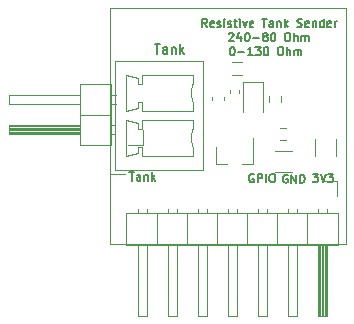
<source format=gbr>
%TF.GenerationSoftware,KiCad,Pcbnew,(5.1.8-0-10_14)*%
%TF.CreationDate,2020-11-27T11:56:29+01:00*%
%TF.ProjectId,Tank_Sender,54616e6b-5f53-4656-9e64-65722e6b6963,rev?*%
%TF.SameCoordinates,Original*%
%TF.FileFunction,Legend,Top*%
%TF.FilePolarity,Positive*%
%FSLAX46Y46*%
G04 Gerber Fmt 4.6, Leading zero omitted, Abs format (unit mm)*
G04 Created by KiCad (PCBNEW (5.1.8-0-10_14)) date 2020-11-27 11:56:29*
%MOMM*%
%LPD*%
G01*
G04 APERTURE LIST*
%ADD10C,0.150000*%
%TA.AperFunction,Profile*%
%ADD11C,0.050000*%
%TD*%
%ADD12C,0.120000*%
G04 APERTURE END LIST*
D10*
X148823809Y-76061904D02*
X149280952Y-76061904D01*
X149052380Y-76861904D02*
X149052380Y-76061904D01*
X149890476Y-76861904D02*
X149890476Y-76442857D01*
X149852380Y-76366666D01*
X149776190Y-76328571D01*
X149623809Y-76328571D01*
X149547619Y-76366666D01*
X149890476Y-76823809D02*
X149814285Y-76861904D01*
X149623809Y-76861904D01*
X149547619Y-76823809D01*
X149509523Y-76747619D01*
X149509523Y-76671428D01*
X149547619Y-76595238D01*
X149623809Y-76557142D01*
X149814285Y-76557142D01*
X149890476Y-76519047D01*
X150271428Y-76328571D02*
X150271428Y-76861904D01*
X150271428Y-76404761D02*
X150309523Y-76366666D01*
X150385714Y-76328571D01*
X150500000Y-76328571D01*
X150576190Y-76366666D01*
X150614285Y-76442857D01*
X150614285Y-76861904D01*
X150995238Y-76861904D02*
X150995238Y-76061904D01*
X151071428Y-76557142D02*
X151300000Y-76861904D01*
X151300000Y-76328571D02*
X150995238Y-76633333D01*
X153250000Y-74616666D02*
X153016666Y-74283333D01*
X152850000Y-74616666D02*
X152850000Y-73916666D01*
X153116666Y-73916666D01*
X153183333Y-73950000D01*
X153216666Y-73983333D01*
X153250000Y-74050000D01*
X153250000Y-74150000D01*
X153216666Y-74216666D01*
X153183333Y-74250000D01*
X153116666Y-74283333D01*
X152850000Y-74283333D01*
X153816666Y-74583333D02*
X153750000Y-74616666D01*
X153616666Y-74616666D01*
X153550000Y-74583333D01*
X153516666Y-74516666D01*
X153516666Y-74250000D01*
X153550000Y-74183333D01*
X153616666Y-74150000D01*
X153750000Y-74150000D01*
X153816666Y-74183333D01*
X153850000Y-74250000D01*
X153850000Y-74316666D01*
X153516666Y-74383333D01*
X154116666Y-74583333D02*
X154183333Y-74616666D01*
X154316666Y-74616666D01*
X154383333Y-74583333D01*
X154416666Y-74516666D01*
X154416666Y-74483333D01*
X154383333Y-74416666D01*
X154316666Y-74383333D01*
X154216666Y-74383333D01*
X154150000Y-74350000D01*
X154116666Y-74283333D01*
X154116666Y-74250000D01*
X154150000Y-74183333D01*
X154216666Y-74150000D01*
X154316666Y-74150000D01*
X154383333Y-74183333D01*
X154716666Y-74616666D02*
X154716666Y-74150000D01*
X154716666Y-73916666D02*
X154683333Y-73950000D01*
X154716666Y-73983333D01*
X154750000Y-73950000D01*
X154716666Y-73916666D01*
X154716666Y-73983333D01*
X155016666Y-74583333D02*
X155083333Y-74616666D01*
X155216666Y-74616666D01*
X155283333Y-74583333D01*
X155316666Y-74516666D01*
X155316666Y-74483333D01*
X155283333Y-74416666D01*
X155216666Y-74383333D01*
X155116666Y-74383333D01*
X155050000Y-74350000D01*
X155016666Y-74283333D01*
X155016666Y-74250000D01*
X155050000Y-74183333D01*
X155116666Y-74150000D01*
X155216666Y-74150000D01*
X155283333Y-74183333D01*
X155516666Y-74150000D02*
X155783333Y-74150000D01*
X155616666Y-73916666D02*
X155616666Y-74516666D01*
X155650000Y-74583333D01*
X155716666Y-74616666D01*
X155783333Y-74616666D01*
X156016666Y-74616666D02*
X156016666Y-74150000D01*
X156016666Y-73916666D02*
X155983333Y-73950000D01*
X156016666Y-73983333D01*
X156050000Y-73950000D01*
X156016666Y-73916666D01*
X156016666Y-73983333D01*
X156283333Y-74150000D02*
X156450000Y-74616666D01*
X156616666Y-74150000D01*
X157150000Y-74583333D02*
X157083333Y-74616666D01*
X156950000Y-74616666D01*
X156883333Y-74583333D01*
X156850000Y-74516666D01*
X156850000Y-74250000D01*
X156883333Y-74183333D01*
X156950000Y-74150000D01*
X157083333Y-74150000D01*
X157150000Y-74183333D01*
X157183333Y-74250000D01*
X157183333Y-74316666D01*
X156850000Y-74383333D01*
X157916666Y-73916666D02*
X158316666Y-73916666D01*
X158116666Y-74616666D02*
X158116666Y-73916666D01*
X158850000Y-74616666D02*
X158850000Y-74250000D01*
X158816666Y-74183333D01*
X158750000Y-74150000D01*
X158616666Y-74150000D01*
X158550000Y-74183333D01*
X158850000Y-74583333D02*
X158783333Y-74616666D01*
X158616666Y-74616666D01*
X158550000Y-74583333D01*
X158516666Y-74516666D01*
X158516666Y-74450000D01*
X158550000Y-74383333D01*
X158616666Y-74350000D01*
X158783333Y-74350000D01*
X158850000Y-74316666D01*
X159183333Y-74150000D02*
X159183333Y-74616666D01*
X159183333Y-74216666D02*
X159216666Y-74183333D01*
X159283333Y-74150000D01*
X159383333Y-74150000D01*
X159450000Y-74183333D01*
X159483333Y-74250000D01*
X159483333Y-74616666D01*
X159816666Y-74616666D02*
X159816666Y-73916666D01*
X159883333Y-74350000D02*
X160083333Y-74616666D01*
X160083333Y-74150000D02*
X159816666Y-74416666D01*
X160883333Y-74583333D02*
X160983333Y-74616666D01*
X161150000Y-74616666D01*
X161216666Y-74583333D01*
X161250000Y-74550000D01*
X161283333Y-74483333D01*
X161283333Y-74416666D01*
X161250000Y-74350000D01*
X161216666Y-74316666D01*
X161150000Y-74283333D01*
X161016666Y-74250000D01*
X160950000Y-74216666D01*
X160916666Y-74183333D01*
X160883333Y-74116666D01*
X160883333Y-74050000D01*
X160916666Y-73983333D01*
X160950000Y-73950000D01*
X161016666Y-73916666D01*
X161183333Y-73916666D01*
X161283333Y-73950000D01*
X161850000Y-74583333D02*
X161783333Y-74616666D01*
X161650000Y-74616666D01*
X161583333Y-74583333D01*
X161550000Y-74516666D01*
X161550000Y-74250000D01*
X161583333Y-74183333D01*
X161650000Y-74150000D01*
X161783333Y-74150000D01*
X161850000Y-74183333D01*
X161883333Y-74250000D01*
X161883333Y-74316666D01*
X161550000Y-74383333D01*
X162183333Y-74150000D02*
X162183333Y-74616666D01*
X162183333Y-74216666D02*
X162216666Y-74183333D01*
X162283333Y-74150000D01*
X162383333Y-74150000D01*
X162450000Y-74183333D01*
X162483333Y-74250000D01*
X162483333Y-74616666D01*
X163116666Y-74616666D02*
X163116666Y-73916666D01*
X163116666Y-74583333D02*
X163050000Y-74616666D01*
X162916666Y-74616666D01*
X162850000Y-74583333D01*
X162816666Y-74550000D01*
X162783333Y-74483333D01*
X162783333Y-74283333D01*
X162816666Y-74216666D01*
X162850000Y-74183333D01*
X162916666Y-74150000D01*
X163050000Y-74150000D01*
X163116666Y-74183333D01*
X163716666Y-74583333D02*
X163650000Y-74616666D01*
X163516666Y-74616666D01*
X163450000Y-74583333D01*
X163416666Y-74516666D01*
X163416666Y-74250000D01*
X163450000Y-74183333D01*
X163516666Y-74150000D01*
X163650000Y-74150000D01*
X163716666Y-74183333D01*
X163750000Y-74250000D01*
X163750000Y-74316666D01*
X163416666Y-74383333D01*
X164050000Y-74616666D02*
X164050000Y-74150000D01*
X164050000Y-74283333D02*
X164083333Y-74216666D01*
X164116666Y-74183333D01*
X164183333Y-74150000D01*
X164250000Y-74150000D01*
X155116666Y-75183333D02*
X155150000Y-75150000D01*
X155216666Y-75116666D01*
X155383333Y-75116666D01*
X155450000Y-75150000D01*
X155483333Y-75183333D01*
X155516666Y-75250000D01*
X155516666Y-75316666D01*
X155483333Y-75416666D01*
X155083333Y-75816666D01*
X155516666Y-75816666D01*
X156116666Y-75350000D02*
X156116666Y-75816666D01*
X155950000Y-75083333D02*
X155783333Y-75583333D01*
X156216666Y-75583333D01*
X156616666Y-75116666D02*
X156683333Y-75116666D01*
X156750000Y-75150000D01*
X156783333Y-75183333D01*
X156816666Y-75250000D01*
X156850000Y-75383333D01*
X156850000Y-75550000D01*
X156816666Y-75683333D01*
X156783333Y-75750000D01*
X156750000Y-75783333D01*
X156683333Y-75816666D01*
X156616666Y-75816666D01*
X156550000Y-75783333D01*
X156516666Y-75750000D01*
X156483333Y-75683333D01*
X156450000Y-75550000D01*
X156450000Y-75383333D01*
X156483333Y-75250000D01*
X156516666Y-75183333D01*
X156550000Y-75150000D01*
X156616666Y-75116666D01*
X157150000Y-75550000D02*
X157683333Y-75550000D01*
X158116666Y-75416666D02*
X158050000Y-75383333D01*
X158016666Y-75350000D01*
X157983333Y-75283333D01*
X157983333Y-75250000D01*
X158016666Y-75183333D01*
X158050000Y-75150000D01*
X158116666Y-75116666D01*
X158250000Y-75116666D01*
X158316666Y-75150000D01*
X158350000Y-75183333D01*
X158383333Y-75250000D01*
X158383333Y-75283333D01*
X158350000Y-75350000D01*
X158316666Y-75383333D01*
X158250000Y-75416666D01*
X158116666Y-75416666D01*
X158050000Y-75450000D01*
X158016666Y-75483333D01*
X157983333Y-75550000D01*
X157983333Y-75683333D01*
X158016666Y-75750000D01*
X158050000Y-75783333D01*
X158116666Y-75816666D01*
X158250000Y-75816666D01*
X158316666Y-75783333D01*
X158350000Y-75750000D01*
X158383333Y-75683333D01*
X158383333Y-75550000D01*
X158350000Y-75483333D01*
X158316666Y-75450000D01*
X158250000Y-75416666D01*
X158816666Y-75116666D02*
X158883333Y-75116666D01*
X158950000Y-75150000D01*
X158983333Y-75183333D01*
X159016666Y-75250000D01*
X159050000Y-75383333D01*
X159050000Y-75550000D01*
X159016666Y-75683333D01*
X158983333Y-75750000D01*
X158950000Y-75783333D01*
X158883333Y-75816666D01*
X158816666Y-75816666D01*
X158750000Y-75783333D01*
X158716666Y-75750000D01*
X158683333Y-75683333D01*
X158650000Y-75550000D01*
X158650000Y-75383333D01*
X158683333Y-75250000D01*
X158716666Y-75183333D01*
X158750000Y-75150000D01*
X158816666Y-75116666D01*
X160016666Y-75116666D02*
X160150000Y-75116666D01*
X160216666Y-75150000D01*
X160283333Y-75216666D01*
X160316666Y-75350000D01*
X160316666Y-75583333D01*
X160283333Y-75716666D01*
X160216666Y-75783333D01*
X160150000Y-75816666D01*
X160016666Y-75816666D01*
X159950000Y-75783333D01*
X159883333Y-75716666D01*
X159850000Y-75583333D01*
X159850000Y-75350000D01*
X159883333Y-75216666D01*
X159950000Y-75150000D01*
X160016666Y-75116666D01*
X160616666Y-75816666D02*
X160616666Y-75116666D01*
X160916666Y-75816666D02*
X160916666Y-75450000D01*
X160883333Y-75383333D01*
X160816666Y-75350000D01*
X160716666Y-75350000D01*
X160650000Y-75383333D01*
X160616666Y-75416666D01*
X161250000Y-75816666D02*
X161250000Y-75350000D01*
X161250000Y-75416666D02*
X161283333Y-75383333D01*
X161350000Y-75350000D01*
X161450000Y-75350000D01*
X161516666Y-75383333D01*
X161550000Y-75450000D01*
X161550000Y-75816666D01*
X161550000Y-75450000D02*
X161583333Y-75383333D01*
X161650000Y-75350000D01*
X161750000Y-75350000D01*
X161816666Y-75383333D01*
X161850000Y-75450000D01*
X161850000Y-75816666D01*
X155350000Y-76316666D02*
X155416666Y-76316666D01*
X155483333Y-76350000D01*
X155516666Y-76383333D01*
X155550000Y-76450000D01*
X155583333Y-76583333D01*
X155583333Y-76750000D01*
X155550000Y-76883333D01*
X155516666Y-76950000D01*
X155483333Y-76983333D01*
X155416666Y-77016666D01*
X155350000Y-77016666D01*
X155283333Y-76983333D01*
X155250000Y-76950000D01*
X155216666Y-76883333D01*
X155183333Y-76750000D01*
X155183333Y-76583333D01*
X155216666Y-76450000D01*
X155250000Y-76383333D01*
X155283333Y-76350000D01*
X155350000Y-76316666D01*
X155883333Y-76750000D02*
X156416666Y-76750000D01*
X157116666Y-77016666D02*
X156716666Y-77016666D01*
X156916666Y-77016666D02*
X156916666Y-76316666D01*
X156850000Y-76416666D01*
X156783333Y-76483333D01*
X156716666Y-76516666D01*
X157350000Y-76316666D02*
X157783333Y-76316666D01*
X157550000Y-76583333D01*
X157650000Y-76583333D01*
X157716666Y-76616666D01*
X157750000Y-76650000D01*
X157783333Y-76716666D01*
X157783333Y-76883333D01*
X157750000Y-76950000D01*
X157716666Y-76983333D01*
X157650000Y-77016666D01*
X157450000Y-77016666D01*
X157383333Y-76983333D01*
X157350000Y-76950000D01*
X158216666Y-76316666D02*
X158283333Y-76316666D01*
X158350000Y-76350000D01*
X158383333Y-76383333D01*
X158416666Y-76450000D01*
X158450000Y-76583333D01*
X158450000Y-76750000D01*
X158416666Y-76883333D01*
X158383333Y-76950000D01*
X158350000Y-76983333D01*
X158283333Y-77016666D01*
X158216666Y-77016666D01*
X158150000Y-76983333D01*
X158116666Y-76950000D01*
X158083333Y-76883333D01*
X158050000Y-76750000D01*
X158050000Y-76583333D01*
X158083333Y-76450000D01*
X158116666Y-76383333D01*
X158150000Y-76350000D01*
X158216666Y-76316666D01*
X159416666Y-76316666D02*
X159550000Y-76316666D01*
X159616666Y-76350000D01*
X159683333Y-76416666D01*
X159716666Y-76550000D01*
X159716666Y-76783333D01*
X159683333Y-76916666D01*
X159616666Y-76983333D01*
X159550000Y-77016666D01*
X159416666Y-77016666D01*
X159350000Y-76983333D01*
X159283333Y-76916666D01*
X159250000Y-76783333D01*
X159250000Y-76550000D01*
X159283333Y-76416666D01*
X159350000Y-76350000D01*
X159416666Y-76316666D01*
X160016666Y-77016666D02*
X160016666Y-76316666D01*
X160316666Y-77016666D02*
X160316666Y-76650000D01*
X160283333Y-76583333D01*
X160216666Y-76550000D01*
X160116666Y-76550000D01*
X160050000Y-76583333D01*
X160016666Y-76616666D01*
X160650000Y-77016666D02*
X160650000Y-76550000D01*
X160650000Y-76616666D02*
X160683333Y-76583333D01*
X160750000Y-76550000D01*
X160850000Y-76550000D01*
X160916666Y-76583333D01*
X160950000Y-76650000D01*
X160950000Y-77016666D01*
X160950000Y-76650000D02*
X160983333Y-76583333D01*
X161050000Y-76550000D01*
X161150000Y-76550000D01*
X161216666Y-76583333D01*
X161250000Y-76650000D01*
X161250000Y-77016666D01*
D11*
X145000000Y-93000000D02*
X165000000Y-93000000D01*
X165000000Y-93000000D02*
X165000000Y-73000000D01*
X165000000Y-73000000D02*
X145000000Y-73000000D01*
X145000000Y-73000000D02*
X145000000Y-90000000D01*
X145000000Y-93000000D02*
X145000000Y-90000000D01*
D10*
X160066666Y-87150000D02*
X160000000Y-87116666D01*
X159900000Y-87116666D01*
X159800000Y-87150000D01*
X159733333Y-87216666D01*
X159700000Y-87283333D01*
X159666666Y-87416666D01*
X159666666Y-87516666D01*
X159700000Y-87650000D01*
X159733333Y-87716666D01*
X159800000Y-87783333D01*
X159900000Y-87816666D01*
X159966666Y-87816666D01*
X160066666Y-87783333D01*
X160100000Y-87750000D01*
X160100000Y-87516666D01*
X159966666Y-87516666D01*
X160400000Y-87816666D02*
X160400000Y-87116666D01*
X160800000Y-87816666D01*
X160800000Y-87116666D01*
X161133333Y-87816666D02*
X161133333Y-87116666D01*
X161300000Y-87116666D01*
X161400000Y-87150000D01*
X161466666Y-87216666D01*
X161500000Y-87283333D01*
X161533333Y-87416666D01*
X161533333Y-87516666D01*
X161500000Y-87650000D01*
X161466666Y-87716666D01*
X161400000Y-87783333D01*
X161300000Y-87816666D01*
X161133333Y-87816666D01*
X162233333Y-87036666D02*
X162666666Y-87036666D01*
X162433333Y-87303333D01*
X162533333Y-87303333D01*
X162600000Y-87336666D01*
X162633333Y-87370000D01*
X162666666Y-87436666D01*
X162666666Y-87603333D01*
X162633333Y-87670000D01*
X162600000Y-87703333D01*
X162533333Y-87736666D01*
X162333333Y-87736666D01*
X162266666Y-87703333D01*
X162233333Y-87670000D01*
X162866666Y-87036666D02*
X163100000Y-87736666D01*
X163333333Y-87036666D01*
X163500000Y-87036666D02*
X163933333Y-87036666D01*
X163700000Y-87303333D01*
X163800000Y-87303333D01*
X163866666Y-87336666D01*
X163900000Y-87370000D01*
X163933333Y-87436666D01*
X163933333Y-87603333D01*
X163900000Y-87670000D01*
X163866666Y-87703333D01*
X163800000Y-87736666D01*
X163600000Y-87736666D01*
X163533333Y-87703333D01*
X163500000Y-87670000D01*
X157200000Y-87100000D02*
X157133333Y-87066666D01*
X157033333Y-87066666D01*
X156933333Y-87100000D01*
X156866666Y-87166666D01*
X156833333Y-87233333D01*
X156800000Y-87366666D01*
X156800000Y-87466666D01*
X156833333Y-87600000D01*
X156866666Y-87666666D01*
X156933333Y-87733333D01*
X157033333Y-87766666D01*
X157100000Y-87766666D01*
X157200000Y-87733333D01*
X157233333Y-87700000D01*
X157233333Y-87466666D01*
X157100000Y-87466666D01*
X157533333Y-87766666D02*
X157533333Y-87066666D01*
X157800000Y-87066666D01*
X157866666Y-87100000D01*
X157900000Y-87133333D01*
X157933333Y-87200000D01*
X157933333Y-87300000D01*
X157900000Y-87366666D01*
X157866666Y-87400000D01*
X157800000Y-87433333D01*
X157533333Y-87433333D01*
X158233333Y-87766666D02*
X158233333Y-87066666D01*
X158700000Y-87066666D02*
X158833333Y-87066666D01*
X158900000Y-87100000D01*
X158966666Y-87166666D01*
X159000000Y-87300000D01*
X159000000Y-87533333D01*
X158966666Y-87666666D01*
X158900000Y-87733333D01*
X158833333Y-87766666D01*
X158700000Y-87766666D01*
X158633333Y-87733333D01*
X158566666Y-87666666D01*
X158533333Y-87533333D01*
X158533333Y-87300000D01*
X158566666Y-87166666D01*
X158633333Y-87100000D01*
X158700000Y-87066666D01*
X146683333Y-86916666D02*
X147083333Y-86916666D01*
X146883333Y-87616666D02*
X146883333Y-86916666D01*
X147616666Y-87616666D02*
X147616666Y-87250000D01*
X147583333Y-87183333D01*
X147516666Y-87150000D01*
X147383333Y-87150000D01*
X147316666Y-87183333D01*
X147616666Y-87583333D02*
X147550000Y-87616666D01*
X147383333Y-87616666D01*
X147316666Y-87583333D01*
X147283333Y-87516666D01*
X147283333Y-87450000D01*
X147316666Y-87383333D01*
X147383333Y-87350000D01*
X147550000Y-87350000D01*
X147616666Y-87316666D01*
X147950000Y-87150000D02*
X147950000Y-87616666D01*
X147950000Y-87216666D02*
X147983333Y-87183333D01*
X148050000Y-87150000D01*
X148150000Y-87150000D01*
X148216666Y-87183333D01*
X148250000Y-87250000D01*
X148250000Y-87616666D01*
X148583333Y-87616666D02*
X148583333Y-86916666D01*
X148650000Y-87350000D02*
X148850000Y-87616666D01*
X148850000Y-87150000D02*
X148583333Y-87416666D01*
D12*
%TO.C,R102*%
X159522500Y-80937258D02*
X159522500Y-80462742D01*
X158477500Y-80937258D02*
X158477500Y-80462742D01*
%TO.C,R101*%
X159937258Y-83137500D02*
X159462742Y-83137500D01*
X159937258Y-84182500D02*
X159462742Y-84182500D01*
%TO.C,J103*%
X145050000Y-87100000D02*
X145050000Y-85100000D01*
X146300000Y-87100000D02*
X145050000Y-87100000D01*
X152050000Y-78690000D02*
X152050000Y-79440000D01*
X147750000Y-78690000D02*
X152050000Y-78690000D01*
X147750000Y-79440000D02*
X147750000Y-78690000D01*
X147400000Y-79440000D02*
X147750000Y-79440000D01*
X147400000Y-78940000D02*
X147400000Y-79440000D01*
X146400000Y-78690000D02*
X147400000Y-78940000D01*
X146400000Y-81690000D02*
X146400000Y-78690000D01*
X147400000Y-81440000D02*
X146400000Y-81690000D01*
X147400000Y-80940000D02*
X147400000Y-81440000D01*
X147750000Y-80940000D02*
X147400000Y-80940000D01*
X147750000Y-81690000D02*
X147750000Y-80940000D01*
X152050000Y-81690000D02*
X147750000Y-81690000D01*
X152050000Y-80940000D02*
X152050000Y-81690000D01*
X152050000Y-82500000D02*
X152050000Y-83250000D01*
X147750000Y-82500000D02*
X152050000Y-82500000D01*
X147750000Y-83250000D02*
X147750000Y-82500000D01*
X147400000Y-83250000D02*
X147750000Y-83250000D01*
X147400000Y-82750000D02*
X147400000Y-83250000D01*
X146400000Y-82500000D02*
X147400000Y-82750000D01*
X146400000Y-85500000D02*
X146400000Y-82500000D01*
X147400000Y-85250000D02*
X146400000Y-85500000D01*
X147400000Y-84750000D02*
X147400000Y-85250000D01*
X147750000Y-84750000D02*
X147400000Y-84750000D01*
X147750000Y-85500000D02*
X147750000Y-84750000D01*
X152050000Y-85500000D02*
X147750000Y-85500000D01*
X152050000Y-84750000D02*
X152050000Y-85500000D01*
X145440000Y-77480000D02*
X145440000Y-86710000D01*
X152910000Y-77480000D02*
X145440000Y-77480000D01*
X152910000Y-86710000D02*
X152910000Y-77480000D01*
X145440000Y-86710000D02*
X152910000Y-86710000D01*
X152049845Y-79440353D02*
G75*
G03*
X152050000Y-80940000I1700155J-749647D01*
G01*
X152049845Y-83250353D02*
G75*
G03*
X152050000Y-84750000I1700155J-749647D01*
G01*
%TO.C,J101*%
X164270000Y-87680000D02*
X164270000Y-88950000D01*
X163000000Y-87680000D02*
X164270000Y-87680000D01*
X147380000Y-89992929D02*
X147380000Y-90390000D01*
X148140000Y-89992929D02*
X148140000Y-90390000D01*
X147380000Y-99050000D02*
X147380000Y-93050000D01*
X148140000Y-99050000D02*
X147380000Y-99050000D01*
X148140000Y-93050000D02*
X148140000Y-99050000D01*
X149030000Y-90390000D02*
X149030000Y-93050000D01*
X149920000Y-89992929D02*
X149920000Y-90390000D01*
X150680000Y-89992929D02*
X150680000Y-90390000D01*
X149920000Y-99050000D02*
X149920000Y-93050000D01*
X150680000Y-99050000D02*
X149920000Y-99050000D01*
X150680000Y-93050000D02*
X150680000Y-99050000D01*
X151570000Y-90390000D02*
X151570000Y-93050000D01*
X152460000Y-89992929D02*
X152460000Y-90390000D01*
X153220000Y-89992929D02*
X153220000Y-90390000D01*
X152460000Y-99050000D02*
X152460000Y-93050000D01*
X153220000Y-99050000D02*
X152460000Y-99050000D01*
X153220000Y-93050000D02*
X153220000Y-99050000D01*
X154110000Y-90390000D02*
X154110000Y-93050000D01*
X155000000Y-89992929D02*
X155000000Y-90390000D01*
X155760000Y-89992929D02*
X155760000Y-90390000D01*
X155000000Y-99050000D02*
X155000000Y-93050000D01*
X155760000Y-99050000D02*
X155000000Y-99050000D01*
X155760000Y-93050000D02*
X155760000Y-99050000D01*
X156650000Y-90390000D02*
X156650000Y-93050000D01*
X157540000Y-89992929D02*
X157540000Y-90390000D01*
X158300000Y-89992929D02*
X158300000Y-90390000D01*
X157540000Y-99050000D02*
X157540000Y-93050000D01*
X158300000Y-99050000D02*
X157540000Y-99050000D01*
X158300000Y-93050000D02*
X158300000Y-99050000D01*
X159190000Y-90390000D02*
X159190000Y-93050000D01*
X160080000Y-89992929D02*
X160080000Y-90390000D01*
X160840000Y-89992929D02*
X160840000Y-90390000D01*
X160080000Y-99050000D02*
X160080000Y-93050000D01*
X160840000Y-99050000D02*
X160080000Y-99050000D01*
X160840000Y-93050000D02*
X160840000Y-99050000D01*
X161730000Y-90390000D02*
X161730000Y-93050000D01*
X162620000Y-90060000D02*
X162620000Y-90390000D01*
X163380000Y-90060000D02*
X163380000Y-90390000D01*
X162720000Y-93050000D02*
X162720000Y-99050000D01*
X162840000Y-93050000D02*
X162840000Y-99050000D01*
X162960000Y-93050000D02*
X162960000Y-99050000D01*
X163080000Y-93050000D02*
X163080000Y-99050000D01*
X163200000Y-93050000D02*
X163200000Y-99050000D01*
X163320000Y-93050000D02*
X163320000Y-99050000D01*
X162620000Y-99050000D02*
X162620000Y-93050000D01*
X163380000Y-99050000D02*
X162620000Y-99050000D01*
X163380000Y-93050000D02*
X163380000Y-99050000D01*
X164330000Y-93050000D02*
X164330000Y-90390000D01*
X146430000Y-93050000D02*
X164330000Y-93050000D01*
X146430000Y-90390000D02*
X146430000Y-93050000D01*
X164330000Y-90390000D02*
X146430000Y-90390000D01*
%TO.C,J102*%
X147870000Y-84570000D02*
X146600000Y-84570000D01*
X147870000Y-83300000D02*
X147870000Y-84570000D01*
X145557071Y-80380000D02*
X145160000Y-80380000D01*
X145557071Y-81140000D02*
X145160000Y-81140000D01*
X136500000Y-80380000D02*
X142500000Y-80380000D01*
X136500000Y-81140000D02*
X136500000Y-80380000D01*
X142500000Y-81140000D02*
X136500000Y-81140000D01*
X145160000Y-82030000D02*
X142500000Y-82030000D01*
X145490000Y-82920000D02*
X145160000Y-82920000D01*
X145490000Y-83680000D02*
X145160000Y-83680000D01*
X142500000Y-83020000D02*
X136500000Y-83020000D01*
X142500000Y-83140000D02*
X136500000Y-83140000D01*
X142500000Y-83260000D02*
X136500000Y-83260000D01*
X142500000Y-83380000D02*
X136500000Y-83380000D01*
X142500000Y-83500000D02*
X136500000Y-83500000D01*
X142500000Y-83620000D02*
X136500000Y-83620000D01*
X136500000Y-82920000D02*
X142500000Y-82920000D01*
X136500000Y-83680000D02*
X136500000Y-82920000D01*
X142500000Y-83680000D02*
X136500000Y-83680000D01*
X142500000Y-84630000D02*
X145160000Y-84630000D01*
X142500000Y-79430000D02*
X142500000Y-84630000D01*
X145160000Y-79430000D02*
X142500000Y-79430000D01*
X145160000Y-84630000D02*
X145160000Y-79430000D01*
%TO.C,U101*%
X154020000Y-86210000D02*
X154950000Y-86210000D01*
X157180000Y-86210000D02*
X156250000Y-86210000D01*
X157180000Y-86210000D02*
X157180000Y-84050000D01*
X154020000Y-86210000D02*
X154020000Y-84750000D01*
%TO.C,FB101*%
X155400378Y-77540000D02*
X156199622Y-77540000D01*
X155400378Y-78660000D02*
X156199622Y-78660000D01*
%TO.C,D101*%
X158000000Y-79300000D02*
X156300000Y-79300000D01*
X156300000Y-79300000D02*
X156300000Y-81850000D01*
X158000000Y-79300000D02*
X158000000Y-81850000D01*
%TO.C,C104*%
X154710000Y-80509420D02*
X154710000Y-80790580D01*
X153690000Y-80509420D02*
X153690000Y-80790580D01*
%TO.C,C103*%
X155960000Y-79992164D02*
X155960000Y-80207836D01*
X155240000Y-79992164D02*
X155240000Y-80207836D01*
%TO.C,C102*%
X164210000Y-84098748D02*
X164210000Y-85521252D01*
X162390000Y-84098748D02*
X162390000Y-85521252D01*
%TO.C,C101*%
X158988748Y-85090000D02*
X160411252Y-85090000D01*
X158988748Y-86910000D02*
X160411252Y-86910000D01*
%TD*%
M02*

</source>
